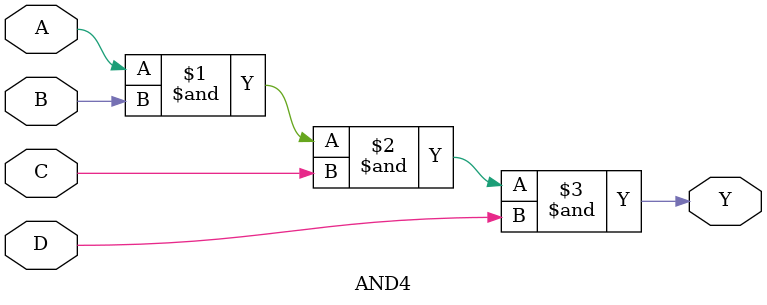
<source format=v>
module AND4 (
	input A, B, C, D,
	output Y
);
	assign Y = A & B & C & D;
endmodule
</source>
